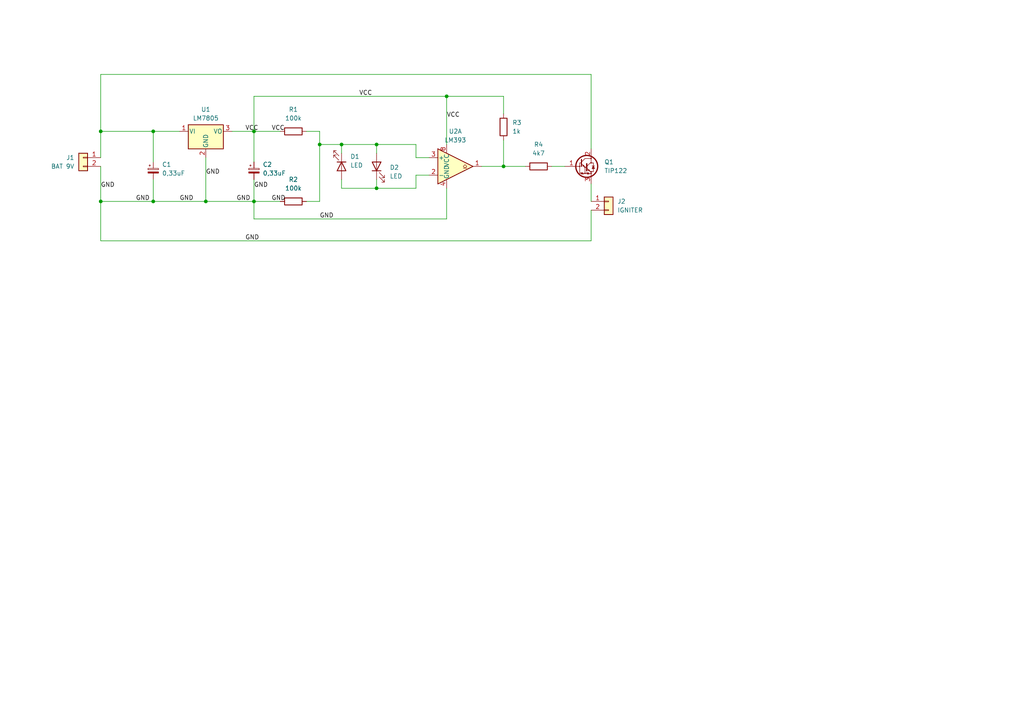
<source format=kicad_sch>
(kicad_sch (version 20250114) (generator "eeschema") (generator_version "9.0")
  (paper "A4")
  (lib_symbols
    (symbol "Comparator:LM393" (pin_names (offset 0.127))
      (property "Reference" "U2" (at 0 10.16 0))
      (property "Value" "LM393" (at 0 7.62 0))
      (symbol "LM393_1_1"
        (polyline (pts (xy -5.08 5.08) (xy 5.08 0) (xy -5.08 -5.08) (xy -5.08 5.08)) (stroke (width 0.254)) (fill (type background)))
        (polyline (pts (xy 3.302 -0.508) (xy 2.794 -0.508) (xy 3.302 0) (xy 2.794 0.508) (xy 2.286 0) (xy 2.794 -0.508) (xy 2.286 -0.508)) (stroke (width 0.127)))
        (pin input line (at -7.62 2.54 0) (length 2.54) (name "+") (number "3"))
        (pin input line (at -7.62 -2.54 0) (length 2.54) (name "-") (number "2"))
        (pin power_in line (at -2.54 6.35 270) (length 2.54) (name "VCC") (number "8"))
        (pin power_out line (at -2.54 -6.35 90) (length 2.54) (name "GND") (number "4"))
        (pin open_collector line (at 7.62 0 180) (length 2.54) (name "~") (number "1"))
      )
      (symbol "LM393_2_1"
        (polyline (pts (xy -5.08 5.08) (xy 5.08 0) (xy -5.08 -5.08) (xy -5.08 5.08)) (stroke (width 0.254)) (fill (type background)))
        (polyline (pts (xy 3.302 -0.508) (xy 2.794 -0.508) (xy 3.302 0) (xy 2.794 0.508) (xy 2.286 0) (xy 2.794 -0.508) (xy 2.286 -0.508)) (stroke (width 0.127)))
        (pin input line (at -7.62 2.54 0) (length 2.54) (name "+") (number "5"))
        (pin input line (at -7.62 -2.54 0) (length 2.54) (name "-") (number "6"))
        (pin open_collector line (at 7.62 0 180) (length 2.54) (name "~") (number "7"))
      )
      (symbol "LM393_3_1"
        (pin power_in line (at -2.54 7.62 270) (length 3.81) (name "V+") (number "8"))
        (pin power_in line (at -2.54 -7.62 90) (length 3.81) (name "V-") (number "4"))
      )
    )
    (symbol "Connector_Generic:Conn_01x02" (pin_names (offset 1.016) (hide yes))
      (property "Reference" "J" (at 0 2.54 0))
      (property "Value" "Conn_01x02" (at 0 -5.08 0))
      (symbol "Conn_01x02_1_1"
        (rectangle (start -1.27 1.27) (end 1.27 -3.81) (stroke (width 0.254)) (fill (type background)))
        (rectangle (start -1.27 0.127) (end 0 -0.127) (stroke (width 0.1524)))
        (rectangle (start -1.27 -2.413) (end 0 -2.667) (stroke (width 0.1524)))
        (pin passive line (at -5.08 0 0) (length 3.81) (name "Pin_1") (number "1"))
        (pin passive line (at -5.08 -2.54 0) (length 3.81) (name "Pin_2") (number "2"))
      )
    )
    (symbol "Device:C_Polarized_Small" (pin_numbers (hide yes)) (pin_names (offset 0.254) (hide yes))
      (property "Reference" "C" (at 0.254 1.778 0))
      (property "Value" "C_Polarized_Small" (at 0.254 -2.032 0))
      (symbol "C_Polarized_Small_0_1"
        (rectangle (start -1.524 0.6858) (end 1.524 0.3048))
        (rectangle (start -1.524 -0.3048) (end 1.524 -0.6858) (fill (type outline)))
        (polyline (pts (xy -1.27 1.524) (xy -0.762 1.524)))
        (polyline (pts (xy -1.016 1.27) (xy -1.016 1.778)))
      )
      (symbol "C_Polarized_Small_1_1"
        (pin passive line (at 0 2.54 270) (length 1.8542) (name "~") (number "1"))
        (pin passive line (at 0 -2.54 90) (length 1.8542) (name "~") (number "2"))
      )
    )
    (symbol "Device:LED" (pin_numbers (hide yes)) (pin_names (offset 1.016) (hide yes))
      (property "Reference" "D" (at 0 2.54 0))
      (property "Value" "LED" (at 0 -2.54 0))
      (symbol "LED_0_1"
        (polyline (pts (xy -3.048 -0.762) (xy -4.572 -2.286) (xy -3.81 -2.286) (xy -4.572 -2.286) (xy -4.572 -1.524)))
        (polyline (pts (xy -1.778 -0.762) (xy -3.302 -2.286) (xy -2.54 -2.286) (xy -3.302 -2.286) (xy -3.302 -1.524)))
        (polyline (pts (xy -1.27 0) (xy 1.27 0)))
        (polyline (pts (xy -1.27 -1.27) (xy -1.27 1.27)) (stroke (width 0.254)))
        (polyline (pts (xy 1.27 -1.27) (xy 1.27 1.27) (xy -1.27 0) (xy 1.27 -1.27)) (stroke (width 0.254)))
      )
      (symbol "LED_1_1"
        (pin passive line (at -3.81 0 0) (length 2.54) (name "K") (number "1"))
        (pin passive line (at 3.81 0 180) (length 2.54) (name "A") (number "2"))
      )
    )
    (symbol "Device:R" (pin_numbers (hide yes)) (pin_names (offset 0))
      (property "Reference" "R" (at 2.032 0 90))
      (property "Value" "R" (at 0 0 90))
      (symbol "R_0_1"
        (rectangle (start -1.016 -2.54) (end 1.016 2.54) (stroke (width 0.254)))
      )
      (symbol "R_1_1"
        (pin passive line (at 0 3.81 270) (length 1.27) (name "~") (number "1"))
        (pin passive line (at 0 -3.81 90) (length 1.27) (name "~") (number "2"))
      )
    )
    (symbol "Regulator_Linear:LM7805_TO220" (pin_names (offset 0.254))
      (property "Reference" "U" (at -3.81 3.175 0))
      (property "Value" "LM7805_TO220" (at 0 3.175 0))
      (symbol "LM7805_TO220_0_1"
        (rectangle (start -5.08 1.905) (end 5.08 -5.08) (stroke (width 0.254)) (fill (type background)))
      )
      (symbol "LM7805_TO220_1_1"
        (pin power_in line (at -7.62 0 0) (length 2.54) (name "VI") (number "1"))
        (pin power_in line (at 0 -7.62 90) (length 2.54) (name "GND") (number "2"))
        (pin power_out line (at 7.62 0 180) (length 2.54) (name "VO") (number "3"))
      )
    )
    (symbol "Transistor_BJT:TIP122" (pin_names (offset 0) (hide yes))
      (property "Reference" "Q" (at 5.08 1.905 0))
      (property "Value" "TIP122" (at 5.08 0 0))
      (symbol "TIP122_0_1"
        (polyline (pts (xy -1.27 0) (xy -0.889 0)))
        (circle (center -0.762 0) (radius 0.127))
        (polyline (pts (xy -0.254 2.032) (xy -0.254 0) (xy -0.254 0)) (stroke (width 0.3048)))
        (polyline (pts (xy -0.254 1.27) (xy 0.762 2.286) (xy 2.54 2.286)))
        (polyline (pts (xy -0.254 1.016) (xy -0.762 1.016) (xy -0.762 -2.032)))
        (polyline (pts (xy -0.254 0.762) (xy 0.762 -0.254) (xy 1.27 -0.254)))
        (polyline (pts (xy 0.635 -0.127) (xy 0.381 0.381) (xy 0.127 0.127) (xy 0.635 -0.127)))
        (polyline (pts (xy 0.762 -0.254) (xy 0.762 -2.032) (xy 1.143 -2.032) (xy 1.27 -1.778) (xy 1.397 -2.286) (xy 1.524 -1.778) (xy 1.651 -2.286) (xy 1.778 -1.778) (xy 1.905 -2.286) (xy 2.032 -2.032) (xy 2.54 -2.032)))
        (circle (center 0.762 -0.254) (radius 0.127))
        (polyline (pts (xy 0.762 -2.032) (xy 0.381 -2.032) (xy 0.254 -2.286) (xy 0.127 -1.778) (xy 0 -2.286) (xy -0.127 -1.778) (xy -0.254 -2.286) (xy -0.381 -1.778) (xy -0.508 -2.032) (xy -0.762 -2.032)))
        (circle (center 0.762 -2.032) (radius 0.127))
        (polyline (pts (xy 1.27 0.762) (xy 1.27 -1.27) (xy 1.27 -1.27)) (stroke (width 0.381)))
        (polyline (pts (xy 1.27 0) (xy 2.286 1.016) (xy 2.54 1.016) (xy 2.54 2.286)))
        (circle (center 1.27 0) (radius 3.175) (stroke (width 0.3556)))
        (polyline (pts (xy 1.27 -0.508) (xy 2.286 -1.524) (xy 2.54 -1.524) (xy 2.54 -2.032)))
        (polyline (pts (xy 2.159 -1.397) (xy 1.905 -0.889) (xy 1.651 -1.143) (xy 2.159 -1.397)))
        (circle (center 2.54 2.286) (radius 0.127))
        (circle (center 2.54 1.016) (radius 0.127))
        (polyline (pts (xy 2.54 -1.524) (xy 3.175 -1.524)))
        (circle (center 2.54 -1.524) (radius 0.127))
        (polyline (pts (xy 2.54 -2.032) (xy 2.54 -2.54)))
        (circle (center 2.54 -2.032) (radius 0.127))
        (polyline (pts (xy 2.794 0.127) (xy 3.556 0.127)))
        (polyline (pts (xy 3.175 1.016) (xy 2.54 1.016)))
        (polyline (pts (xy 3.175 1.016) (xy 3.175 0.127)))
        (polyline (pts (xy 3.175 0.127) (xy 2.794 -0.635) (xy 3.556 -0.635) (xy 3.175 0.127)) (fill (type outline)))
        (polyline (pts (xy 3.175 -0.635) (xy 3.175 -1.524)))
      )
      (symbol "TIP122_1_1"
        (pin input line (at -5.08 0 0) (length 3.81) (name "B") (number "1"))
        (pin passive line (at 2.54 5.08 270) (length 2.667) (name "C") (number "2"))
        (pin passive line (at 2.54 -5.08 90) (length 2.54) (name "E") (number "3"))
      )
    )
  )
  (junction (at 92.71 41.91))
  (junction (at 59.69 58.42))
  (junction (at 44.45 58.42))
  (junction (at 129.54 27.94))
  (junction (at 29.21 38.1))
  (junction (at 99.06 41.91))
  (junction (at 44.45 38.1))
  (junction (at 29.21 58.42))
  (junction (at 73.66 58.42))
  (junction (at 109.22 41.91))
  (junction (at 146.05 48.26))
  (junction (at 73.66 38.1))
  (junction (at 109.22 54.61))
  (wire (pts (xy 73.66 63.5) (xy 129.54 63.5)))
  (wire (pts (xy 129.54 27.94) (xy 146.05 27.94)))
  (wire (pts (xy 92.71 41.91) (xy 92.71 58.42)))
  (wire (pts (xy 109.22 54.61) (xy 109.22 52.07)))
  (wire (pts (xy 73.66 27.94) (xy 129.54 27.94)))
  (wire (pts (xy 29.21 48.26) (xy 29.21 58.42)))
  (wire (pts (xy 29.21 21.59) (xy 171.45 21.59)))
  (wire (pts (xy 129.54 27.94) (xy 129.54 41.91)))
  (wire (pts (xy 120.65 41.91) (xy 120.65 45.72)))
  (wire (pts (xy 139.7 48.26) (xy 146.05 48.26)))
  (wire (pts (xy 160.02 48.26) (xy 163.83 48.26)))
  (wire (pts (xy 29.21 38.1) (xy 44.45 38.1)))
  (wire (pts (xy 92.71 38.1) (xy 92.71 41.91)))
  (wire (pts (xy 59.69 45.72) (xy 59.69 58.42)))
  (wire (pts (xy 73.66 58.42) (xy 73.66 52.07)))
  (wire (pts (xy 29.21 38.1) (xy 29.21 21.59)))
  (wire (pts (xy 109.22 41.91) (xy 120.65 41.91)))
  (wire (pts (xy 29.21 38.1) (xy 29.21 45.72)))
  (wire (pts (xy 146.05 27.94) (xy 146.05 33.02)))
  (wire (pts (xy 52.07 38.1) (xy 44.45 38.1)))
  (wire (pts (xy 109.22 41.91) (xy 99.06 41.91)))
  (wire (pts (xy 29.21 69.85) (xy 171.45 69.85)))
  (wire (pts (xy 99.06 52.07) (xy 99.06 54.61)))
  (wire (pts (xy 29.21 58.42) (xy 29.21 69.85)))
  (wire (pts (xy 129.54 63.5) (xy 129.54 54.61)))
  (wire (pts (xy 171.45 53.34) (xy 171.45 58.42)))
  (wire (pts (xy 73.66 38.1) (xy 81.28 38.1)))
  (wire (pts (xy 88.9 38.1) (xy 92.71 38.1)))
  (wire (pts (xy 99.06 54.61) (xy 109.22 54.61)))
  (wire (pts (xy 44.45 52.07) (xy 44.45 58.42)))
  (wire (pts (xy 73.66 58.42) (xy 81.28 58.42)))
  (wire (pts (xy 73.66 58.42) (xy 73.66 63.5)))
  (wire (pts (xy 109.22 54.61) (xy 120.65 54.61)))
  (wire (pts (xy 44.45 38.1) (xy 44.45 46.99)))
  (wire (pts (xy 109.22 44.45) (xy 109.22 41.91)))
  (wire (pts (xy 120.65 54.61) (xy 120.65 50.8)))
  (wire (pts (xy 146.05 48.26) (xy 146.05 40.64)))
  (wire (pts (xy 171.45 21.59) (xy 171.45 43.18)))
  (wire (pts (xy 44.45 58.42) (xy 59.69 58.42)))
  (wire (pts (xy 67.31 38.1) (xy 73.66 38.1)))
  (wire (pts (xy 146.05 48.26) (xy 152.4 48.26)))
  (wire (pts (xy 99.06 41.91) (xy 92.71 41.91)))
  (wire (pts (xy 59.69 58.42) (xy 73.66 58.42)))
  (wire (pts (xy 99.06 41.91) (xy 99.06 44.45)))
  (wire (pts (xy 92.71 58.42) (xy 88.9 58.42)))
  (wire (pts (xy 29.21 58.42) (xy 44.45 58.42)))
  (wire (pts (xy 120.65 50.8) (xy 124.46 50.8)))
  (wire (pts (xy 120.65 45.72) (xy 124.46 45.72)))
  (wire (pts (xy 73.66 38.1) (xy 73.66 27.94)))
  (wire (pts (xy 171.45 69.85) (xy 171.45 60.96)))
  (wire (pts (xy 73.66 38.1) (xy 73.66 46.99)))
  (label "VCC" (at 104.14 27.94 0))
  (label "GND" (at 68.58 58.42 0))
  (label "GND" (at 59.69 50.8 0))
  (label "VCC" (at 129.54 34.29 0))
  (label "VCC" (at 78.74 38.1 0))
  (label "GND" (at 71.12 69.85 0))
  (label "GND" (at 92.71 63.5 0))
  (label "GND" (at 29.21 54.61 0))
  (label "GND" (at 39.37 58.42 0))
  (label "GND" (at 73.66 54.61 0))
  (label "VCC" (at 71.12 38.1 0))
  (label "GND" (at 78.74 58.42 0))
  (label "GND" (at 52.07 58.42 0))
  (symbol (lib_id "Device:R") (at 156.21 48.26 90) (unit 1)
    (property "Reference" "R4" (at 156.21 41.91 90))
    (property "Value" "4k7" (at 156.21 44.45 90))
    (property "Footprint" "Resistor_THT:R_Axial_DIN0204_L3.6mm_D1.6mm_P5.08mm_Horizontal" (effects (hide yes)))
    (property "Description" "Resistor" (effects (hide yes)))
  )
  (symbol (lib_id "Comparator:LM393") (at 132.08 48.26 0) (unit 1)
    (property "Reference" "U2" (at 132.08 38.1 0))
    (property "Value" "LM393" (at 132.08 40.64 0))
    (property "Footprint" "Library:DIP-8_296_ELL" (effects (hide yes)))
    (property "Datasheet" "http://www.ti.com/lit/ds/symlink/lm393.pdf" (effects (hide yes)))
    (property "Description" "Low-Power, Low-Offset Voltage, Dual Comparators, DIP-8/SOIC-8/TO-99-8" (effects (hide yes)))
  )
  (symbol (lib_id "Device:R") (at 85.09 38.1 90) (unit 1)
    (property "Reference" "R1" (at 85.09 31.75 90))
    (property "Value" "100k" (at 85.09 34.29 90))
    (property "Footprint" "Resistor_THT:R_Axial_DIN0204_L3.6mm_D1.6mm_P5.08mm_Horizontal" (effects (hide yes)))
    (property "Description" "Resistor" (effects (hide yes)))
  )
  (symbol (lib_id "Regulator_Linear:LM7805_TO220") (at 59.69 38.1 0) (unit 1)
    (property "Reference" "U1" (at 59.69 31.75 0))
    (property "Value" "LM7805" (at 59.69 34.29 0))
    (property "Footprint" "Package_TO_SOT_THT:TO-220-3_Horizontal_TabDown" (effects (hide yes)))
    (property "Datasheet" "https://www.onsemi.cn/PowerSolutions/document/MC7800-D.PDF" (effects (hide yes)))
    (property "Description" "Positive 1A 35V Linear Regulator, Fixed Output 5V, TO-220" (effects (hide yes)))
  )
  (symbol (lib_id "Transistor_BJT:TIP122") (at 168.91 48.26 0) (unit 1)
    (property "Reference" "Q1" (at 175.26 46.9899 0) (effects (justify left)))
    (property "Value" "TIP122" (at 175.26 49.5299 0) (effects (justify left)))
    (property "Footprint" "Package_TO_SOT_THT:TO-220-3_Horizontal_TabDown" (effects (hide yes)))
    (property "Datasheet" "https://www.onsemi.com/pub/Collateral/TIP120-D.PDF" (effects (hide yes)))
    (property "Description" "5A Ic, 100V Vce, Silicon Darlington Power NPN Transistor, TO-220" (effects (hide yes)))
  )
  (symbol (lib_id "Device:C_Polarized_Small") (at 73.66 49.53 0) (unit 1)
    (property "Reference" "C2" (at 76.2 47.7138 0) (effects (justify left)))
    (property "Value" "0,33uF" (at 76.2 50.2538 0) (effects (justify left)))
    (property "Footprint" "Capacitor_THT:CP_Radial_D4.0mm_P2.00mm" (effects (hide yes)))
    (property "Description" "Polarized capacitor, small symbol" (effects (hide yes)))
  )
  (symbol (lib_id "Device:LED") (at 99.06 48.26 270) (unit 1) (on_board no)
    (property "Reference" "D1" (at 101.6 45.4024 90) (effects (justify left)))
    (property "Value" "LED" (at 101.6 47.9424 90) (effects (justify left)))
    (property "Footprint" "LED_THT:LED_D5.0mm" (effects (hide yes)))
    (property "Description" "Light emitting diode" (effects (hide yes)))
    (property "Sim.Pins" "1=K 2=A" (effects (hide yes)))
  )
  (symbol (lib_id "Device:R") (at 146.05 36.83 0) (unit 1)
    (property "Reference" "R3" (at 148.59 35.5599 0) (effects (justify left)))
    (property "Value" "1k" (at 148.59 38.0999 0) (effects (justify left)))
    (property "Footprint" "Resistor_THT:R_Axial_DIN0204_L3.6mm_D1.6mm_P5.08mm_Horizontal" (effects (hide yes)))
    (property "Description" "Resistor" (effects (hide yes)))
  )
  (symbol (lib_id "Device:C_Polarized_Small") (at 44.45 49.53 0) (unit 1)
    (property "Reference" "C1" (at 46.99 47.7138 0) (effects (justify left)))
    (property "Value" "0,33uF" (at 46.99 50.2538 0) (effects (justify left)))
    (property "Footprint" "Capacitor_THT:CP_Radial_D4.0mm_P2.00mm" (effects (hide yes)))
    (property "Description" "Polarized capacitor, small symbol" (effects (hide yes)))
  )
  (symbol (lib_id "Connector_Generic:Conn_01x02") (at 24.13 45.72 0) (mirror y) (unit 1)
    (property "Reference" "J1" (at 21.59 45.7199 0) (effects (justify left)))
    (property "Value" "BAT 9V" (at 21.59 48.2599 0) (effects (justify left)))
    (property "Footprint" "TerminalBlock_Phoenix:TerminalBlock_Phoenix_MKDS-1,5-2-5.08_1x02_P5.08mm_Horizontal" (effects (hide yes)))
    (property "Description" "Generic connector, single row, 01x02, script generated (kicad-library-utils/schlib/autogen/connector/)" (effects (hide yes)))
  )
  (symbol (lib_id "Device:LED") (at 109.22 48.26 90) (unit 1)
    (property "Reference" "D2" (at 113.03 48.5774 90) (effects (justify right)))
    (property "Value" "LED" (at 113.03 51.1174 90) (effects (justify right)))
    (property "Footprint" "TerminalBlock_Phoenix:TerminalBlock_Phoenix_MKDS-1,5-2-5.08_1x02_P5.08mm_Horizontal" (effects (hide yes)))
    (property "Description" "Light emitting diode" (effects (hide yes)))
    (property "Sim.Pins" "1=K 2=A" (effects (hide yes)))
  )
  (symbol (lib_id "Device:R") (at 85.09 58.42 90) (unit 1)
    (property "Reference" "R2" (at 85.09 52.07 90))
    (property "Value" "100k" (at 85.09 54.61 90))
    (property "Footprint" "Resistor_THT:R_Axial_DIN0204_L3.6mm_D1.6mm_P5.08mm_Horizontal" (effects (hide yes)))
    (property "Description" "Resistor" (effects (hide yes)))
  )
  (symbol (lib_id "Connector_Generic:Conn_01x02") (at 176.53 58.42 0) (unit 1)
    (property "Reference" "J2" (at 179.07 58.4199 0) (effects (justify left)))
    (property "Value" "IGNITER" (at 179.07 60.9599 0) (effects (justify left)))
    (property "Footprint" "TerminalBlock_Phoenix:TerminalBlock_Phoenix_MKDS-1,5-2-5.08_1x02_P5.08mm_Horizontal" (effects (hide yes)))
    (property "Description" "Generic connector, single row, 01x02, script generated (kicad-library-utils/schlib/autogen/connector/)" (effects (hide yes)))
  )
)
</source>
